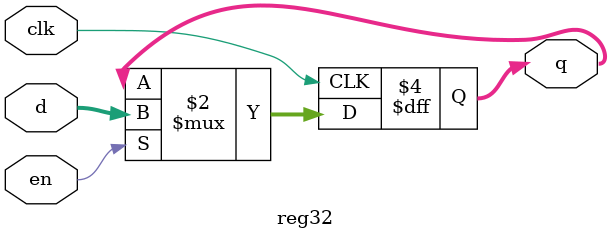
<source format=sv>
module reg32(
input logic clk,
input logic en,
input logic [31:0] d,
output logic [31:0] q);
always_ff @(posedge clk)
 if (en) q <= d;
endmodule
</source>
